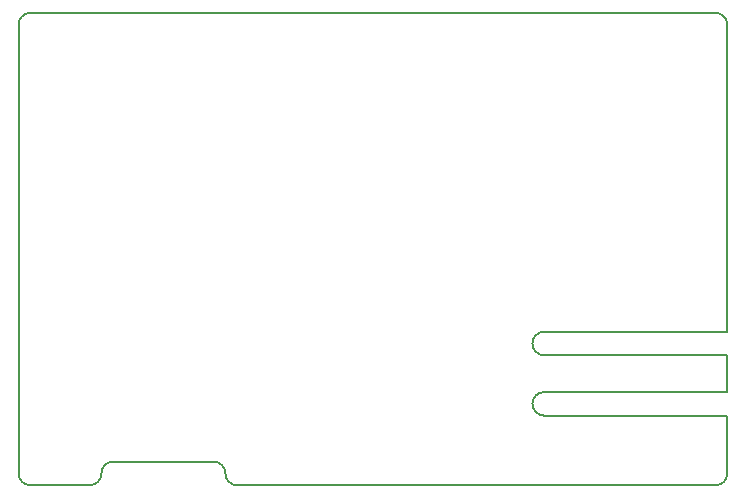
<source format=gbr>
G04 #@! TF.GenerationSoftware,KiCad,Pcbnew,(5.0.2)-1*
G04 #@! TF.CreationDate,2019-01-04T15:23:43-05:00*
G04 #@! TF.ProjectId,HASwitchPlate,48415377-6974-4636-9850-6c6174652e6b,rev?*
G04 #@! TF.SameCoordinates,Original*
G04 #@! TF.FileFunction,Profile,NP*
%FSLAX46Y46*%
G04 Gerber Fmt 4.6, Leading zero omitted, Abs format (unit mm)*
G04 Created by KiCad (PCBNEW (5.0.2)-1) date 1/4/2019 3:23:43 PM*
%MOMM*%
%LPD*%
G01*
G04 APERTURE LIST*
%ADD10C,0.150000*%
G04 APERTURE END LIST*
D10*
X160000000Y-101000000D02*
X160000000Y-127000000D01*
X160000000Y-132100000D02*
X160000000Y-129000000D01*
X143500000Y-128000000D02*
G75*
G03X144500000Y-129000000I1000000J0D01*
G01*
X144500000Y-127000000D02*
G75*
G03X143500000Y-128000000I0J-1000000D01*
G01*
X144500000Y-127000000D02*
X160000000Y-127000000D01*
X144500000Y-129000000D02*
X160000000Y-129000000D01*
X118500000Y-140000000D02*
X159000000Y-140000000D01*
X101000000Y-140000000D02*
X106000000Y-140000000D01*
X108000000Y-138000000D02*
X116500000Y-138000000D01*
X117500000Y-139000000D02*
G75*
G03X118500000Y-140000000I1000000J0D01*
G01*
X117500000Y-139000000D02*
G75*
G03X116500000Y-138000000I-1000000J0D01*
G01*
X107998255Y-138000002D02*
G75*
G03X107000000Y-139000000I1745J-999998D01*
G01*
X106000000Y-140000000D02*
G75*
G03X107000000Y-139000000I0J1000000D01*
G01*
X101000000Y-100000000D02*
G75*
G03X100000000Y-101000000I0J-1000000D01*
G01*
X100000000Y-139000000D02*
G75*
G03X101000000Y-140000000I1000000J0D01*
G01*
X159000000Y-140000000D02*
G75*
G03X160000000Y-139000000I0J1000000D01*
G01*
X160000000Y-101000000D02*
G75*
G03X159000000Y-100000000I-1000000J0D01*
G01*
X143500000Y-133100000D02*
G75*
G03X144500000Y-134100000I1000000J0D01*
G01*
X144500000Y-132100000D02*
G75*
G03X143500000Y-133100000I0J-1000000D01*
G01*
X160000000Y-134100000D02*
X160000000Y-139000000D01*
X144500000Y-134100000D02*
X160000000Y-134100000D01*
X144500000Y-132100000D02*
X160000000Y-132100000D01*
X101000000Y-100000000D02*
X159000000Y-100000000D01*
X100000000Y-101000000D02*
X100000000Y-139000000D01*
M02*

</source>
